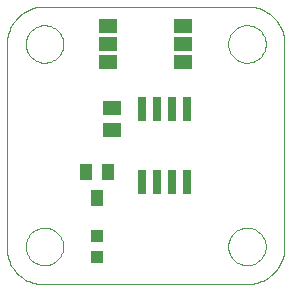
<source format=gtp>
G75*
G70*
%OFA0B0*%
%FSLAX24Y24*%
%IPPOS*%
%LPD*%
%AMOC8*
5,1,8,0,0,1.08239X$1,22.5*
%
%ADD10C,0.0000*%
%ADD11R,0.0394X0.0433*%
%ADD12R,0.0260X0.0800*%
%ADD13R,0.0630X0.0460*%
%ADD14R,0.0394X0.0551*%
%ADD15R,0.0591X0.0512*%
D10*
X000536Y001785D02*
X000534Y001719D01*
X000536Y001653D01*
X000542Y001587D01*
X000551Y001521D01*
X000564Y001456D01*
X000581Y001391D01*
X000601Y001328D01*
X000625Y001266D01*
X000652Y001206D01*
X000683Y001147D01*
X000717Y001089D01*
X000754Y001034D01*
X000794Y000981D01*
X000837Y000931D01*
X000882Y000882D01*
X000931Y000837D01*
X000981Y000794D01*
X001034Y000754D01*
X001089Y000717D01*
X001147Y000683D01*
X001206Y000652D01*
X001266Y000625D01*
X001328Y000601D01*
X001391Y000581D01*
X001456Y000564D01*
X001521Y000551D01*
X001587Y000542D01*
X001653Y000536D01*
X001719Y000534D01*
X001785Y000536D01*
X001785Y000535D02*
X008535Y000535D01*
X008603Y000537D01*
X008670Y000542D01*
X008737Y000551D01*
X008804Y000564D01*
X008869Y000581D01*
X008934Y000600D01*
X008998Y000624D01*
X009060Y000651D01*
X009121Y000681D01*
X009179Y000714D01*
X009236Y000750D01*
X009291Y000790D01*
X009344Y000832D01*
X009395Y000878D01*
X009442Y000925D01*
X009488Y000976D01*
X009530Y001029D01*
X009570Y001084D01*
X009606Y001141D01*
X009639Y001199D01*
X009669Y001260D01*
X009696Y001322D01*
X009720Y001386D01*
X009739Y001451D01*
X009756Y001516D01*
X009769Y001583D01*
X009778Y001650D01*
X009783Y001717D01*
X009785Y001785D01*
X009785Y008535D01*
X009783Y008603D01*
X009778Y008670D01*
X009769Y008737D01*
X009756Y008804D01*
X009739Y008869D01*
X009720Y008934D01*
X009696Y008998D01*
X009669Y009060D01*
X009639Y009121D01*
X009606Y009179D01*
X009570Y009236D01*
X009530Y009291D01*
X009488Y009344D01*
X009442Y009395D01*
X009395Y009442D01*
X009344Y009488D01*
X009291Y009530D01*
X009236Y009570D01*
X009179Y009606D01*
X009121Y009639D01*
X009060Y009669D01*
X008998Y009696D01*
X008934Y009720D01*
X008869Y009739D01*
X008804Y009756D01*
X008737Y009769D01*
X008670Y009778D01*
X008603Y009783D01*
X008535Y009785D01*
X001785Y009785D01*
X001160Y008535D02*
X001162Y008585D01*
X001168Y008634D01*
X001178Y008683D01*
X001191Y008730D01*
X001209Y008777D01*
X001230Y008822D01*
X001254Y008865D01*
X001282Y008906D01*
X001313Y008945D01*
X001347Y008981D01*
X001384Y009015D01*
X001424Y009045D01*
X001465Y009072D01*
X001509Y009096D01*
X001554Y009116D01*
X001601Y009132D01*
X001649Y009145D01*
X001698Y009154D01*
X001748Y009159D01*
X001797Y009160D01*
X001847Y009157D01*
X001896Y009150D01*
X001945Y009139D01*
X001992Y009125D01*
X002038Y009106D01*
X002083Y009084D01*
X002126Y009059D01*
X002166Y009030D01*
X002204Y008998D01*
X002240Y008964D01*
X002273Y008926D01*
X002302Y008886D01*
X002328Y008844D01*
X002351Y008800D01*
X002370Y008754D01*
X002386Y008707D01*
X002398Y008658D01*
X002406Y008609D01*
X002410Y008560D01*
X002410Y008510D01*
X002406Y008461D01*
X002398Y008412D01*
X002386Y008363D01*
X002370Y008316D01*
X002351Y008270D01*
X002328Y008226D01*
X002302Y008184D01*
X002273Y008144D01*
X002240Y008106D01*
X002204Y008072D01*
X002166Y008040D01*
X002126Y008011D01*
X002083Y007986D01*
X002038Y007964D01*
X001992Y007945D01*
X001945Y007931D01*
X001896Y007920D01*
X001847Y007913D01*
X001797Y007910D01*
X001748Y007911D01*
X001698Y007916D01*
X001649Y007925D01*
X001601Y007938D01*
X001554Y007954D01*
X001509Y007974D01*
X001465Y007998D01*
X001424Y008025D01*
X001384Y008055D01*
X001347Y008089D01*
X001313Y008125D01*
X001282Y008164D01*
X001254Y008205D01*
X001230Y008248D01*
X001209Y008293D01*
X001191Y008340D01*
X001178Y008387D01*
X001168Y008436D01*
X001162Y008485D01*
X001160Y008535D01*
X000535Y008535D02*
X000535Y001785D01*
X001160Y001785D02*
X001162Y001835D01*
X001168Y001884D01*
X001178Y001933D01*
X001191Y001980D01*
X001209Y002027D01*
X001230Y002072D01*
X001254Y002115D01*
X001282Y002156D01*
X001313Y002195D01*
X001347Y002231D01*
X001384Y002265D01*
X001424Y002295D01*
X001465Y002322D01*
X001509Y002346D01*
X001554Y002366D01*
X001601Y002382D01*
X001649Y002395D01*
X001698Y002404D01*
X001748Y002409D01*
X001797Y002410D01*
X001847Y002407D01*
X001896Y002400D01*
X001945Y002389D01*
X001992Y002375D01*
X002038Y002356D01*
X002083Y002334D01*
X002126Y002309D01*
X002166Y002280D01*
X002204Y002248D01*
X002240Y002214D01*
X002273Y002176D01*
X002302Y002136D01*
X002328Y002094D01*
X002351Y002050D01*
X002370Y002004D01*
X002386Y001957D01*
X002398Y001908D01*
X002406Y001859D01*
X002410Y001810D01*
X002410Y001760D01*
X002406Y001711D01*
X002398Y001662D01*
X002386Y001613D01*
X002370Y001566D01*
X002351Y001520D01*
X002328Y001476D01*
X002302Y001434D01*
X002273Y001394D01*
X002240Y001356D01*
X002204Y001322D01*
X002166Y001290D01*
X002126Y001261D01*
X002083Y001236D01*
X002038Y001214D01*
X001992Y001195D01*
X001945Y001181D01*
X001896Y001170D01*
X001847Y001163D01*
X001797Y001160D01*
X001748Y001161D01*
X001698Y001166D01*
X001649Y001175D01*
X001601Y001188D01*
X001554Y001204D01*
X001509Y001224D01*
X001465Y001248D01*
X001424Y001275D01*
X001384Y001305D01*
X001347Y001339D01*
X001313Y001375D01*
X001282Y001414D01*
X001254Y001455D01*
X001230Y001498D01*
X001209Y001543D01*
X001191Y001590D01*
X001178Y001637D01*
X001168Y001686D01*
X001162Y001735D01*
X001160Y001785D01*
X000535Y008535D02*
X000537Y008603D01*
X000542Y008670D01*
X000551Y008737D01*
X000564Y008804D01*
X000581Y008869D01*
X000600Y008934D01*
X000624Y008998D01*
X000651Y009060D01*
X000681Y009121D01*
X000714Y009179D01*
X000750Y009236D01*
X000790Y009291D01*
X000832Y009344D01*
X000878Y009395D01*
X000925Y009442D01*
X000976Y009488D01*
X001029Y009530D01*
X001084Y009570D01*
X001141Y009606D01*
X001199Y009639D01*
X001260Y009669D01*
X001322Y009696D01*
X001386Y009720D01*
X001451Y009739D01*
X001516Y009756D01*
X001583Y009769D01*
X001650Y009778D01*
X001717Y009783D01*
X001785Y009785D01*
X007910Y008535D02*
X007912Y008585D01*
X007918Y008634D01*
X007928Y008683D01*
X007941Y008730D01*
X007959Y008777D01*
X007980Y008822D01*
X008004Y008865D01*
X008032Y008906D01*
X008063Y008945D01*
X008097Y008981D01*
X008134Y009015D01*
X008174Y009045D01*
X008215Y009072D01*
X008259Y009096D01*
X008304Y009116D01*
X008351Y009132D01*
X008399Y009145D01*
X008448Y009154D01*
X008498Y009159D01*
X008547Y009160D01*
X008597Y009157D01*
X008646Y009150D01*
X008695Y009139D01*
X008742Y009125D01*
X008788Y009106D01*
X008833Y009084D01*
X008876Y009059D01*
X008916Y009030D01*
X008954Y008998D01*
X008990Y008964D01*
X009023Y008926D01*
X009052Y008886D01*
X009078Y008844D01*
X009101Y008800D01*
X009120Y008754D01*
X009136Y008707D01*
X009148Y008658D01*
X009156Y008609D01*
X009160Y008560D01*
X009160Y008510D01*
X009156Y008461D01*
X009148Y008412D01*
X009136Y008363D01*
X009120Y008316D01*
X009101Y008270D01*
X009078Y008226D01*
X009052Y008184D01*
X009023Y008144D01*
X008990Y008106D01*
X008954Y008072D01*
X008916Y008040D01*
X008876Y008011D01*
X008833Y007986D01*
X008788Y007964D01*
X008742Y007945D01*
X008695Y007931D01*
X008646Y007920D01*
X008597Y007913D01*
X008547Y007910D01*
X008498Y007911D01*
X008448Y007916D01*
X008399Y007925D01*
X008351Y007938D01*
X008304Y007954D01*
X008259Y007974D01*
X008215Y007998D01*
X008174Y008025D01*
X008134Y008055D01*
X008097Y008089D01*
X008063Y008125D01*
X008032Y008164D01*
X008004Y008205D01*
X007980Y008248D01*
X007959Y008293D01*
X007941Y008340D01*
X007928Y008387D01*
X007918Y008436D01*
X007912Y008485D01*
X007910Y008535D01*
X007910Y001785D02*
X007912Y001835D01*
X007918Y001884D01*
X007928Y001933D01*
X007941Y001980D01*
X007959Y002027D01*
X007980Y002072D01*
X008004Y002115D01*
X008032Y002156D01*
X008063Y002195D01*
X008097Y002231D01*
X008134Y002265D01*
X008174Y002295D01*
X008215Y002322D01*
X008259Y002346D01*
X008304Y002366D01*
X008351Y002382D01*
X008399Y002395D01*
X008448Y002404D01*
X008498Y002409D01*
X008547Y002410D01*
X008597Y002407D01*
X008646Y002400D01*
X008695Y002389D01*
X008742Y002375D01*
X008788Y002356D01*
X008833Y002334D01*
X008876Y002309D01*
X008916Y002280D01*
X008954Y002248D01*
X008990Y002214D01*
X009023Y002176D01*
X009052Y002136D01*
X009078Y002094D01*
X009101Y002050D01*
X009120Y002004D01*
X009136Y001957D01*
X009148Y001908D01*
X009156Y001859D01*
X009160Y001810D01*
X009160Y001760D01*
X009156Y001711D01*
X009148Y001662D01*
X009136Y001613D01*
X009120Y001566D01*
X009101Y001520D01*
X009078Y001476D01*
X009052Y001434D01*
X009023Y001394D01*
X008990Y001356D01*
X008954Y001322D01*
X008916Y001290D01*
X008876Y001261D01*
X008833Y001236D01*
X008788Y001214D01*
X008742Y001195D01*
X008695Y001181D01*
X008646Y001170D01*
X008597Y001163D01*
X008547Y001160D01*
X008498Y001161D01*
X008448Y001166D01*
X008399Y001175D01*
X008351Y001188D01*
X008304Y001204D01*
X008259Y001224D01*
X008215Y001248D01*
X008174Y001275D01*
X008134Y001305D01*
X008097Y001339D01*
X008063Y001375D01*
X008032Y001414D01*
X008004Y001455D01*
X007980Y001498D01*
X007959Y001543D01*
X007941Y001590D01*
X007928Y001637D01*
X007918Y001686D01*
X007912Y001735D01*
X007910Y001785D01*
D11*
X003535Y001450D03*
X003535Y002120D03*
D12*
X005035Y003950D03*
X005535Y003950D03*
X006035Y003950D03*
X006535Y003950D03*
X006535Y006370D03*
X006035Y006370D03*
X005535Y006370D03*
X005035Y006370D03*
D13*
X003910Y007935D03*
X003910Y008535D03*
X003910Y009135D03*
X006410Y009135D03*
X006410Y008535D03*
X006410Y007935D03*
D14*
X003909Y004281D03*
X003161Y004281D03*
X003535Y003414D03*
D15*
X004035Y005661D03*
X004035Y006409D03*
M02*

</source>
